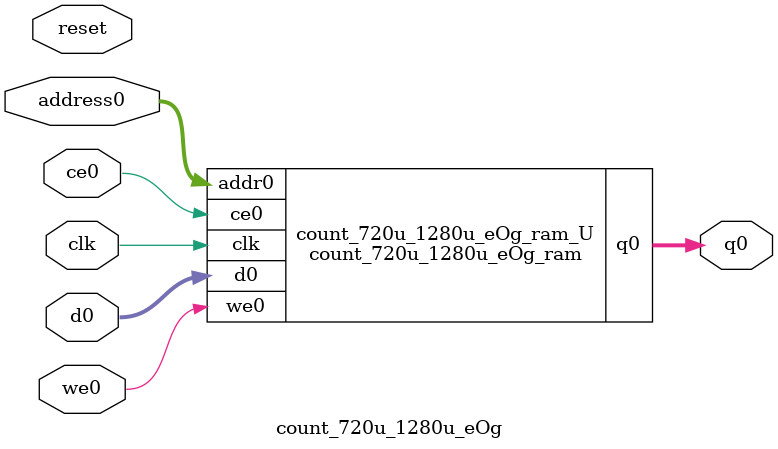
<source format=v>
`timescale 1 ns / 1 ps
module count_720u_1280u_eOg_ram (addr0, ce0, d0, we0, q0,  clk);

parameter DWIDTH = 12;
parameter AWIDTH = 11;
parameter MEM_SIZE = 1280;

input[AWIDTH-1:0] addr0;
input ce0;
input[DWIDTH-1:0] d0;
input we0;
output reg[DWIDTH-1:0] q0;
input clk;

reg [DWIDTH-1:0] ram[0:MEM_SIZE-1];




always @(posedge clk)  
begin 
    if (ce0) 
    begin
        if (we0) 
        begin 
            ram[addr0] <= d0; 
        end 
        q0 <= ram[addr0];
    end
end


endmodule

`timescale 1 ns / 1 ps
module count_720u_1280u_eOg(
    reset,
    clk,
    address0,
    ce0,
    we0,
    d0,
    q0);

parameter DataWidth = 32'd12;
parameter AddressRange = 32'd1280;
parameter AddressWidth = 32'd11;
input reset;
input clk;
input[AddressWidth - 1:0] address0;
input ce0;
input we0;
input[DataWidth - 1:0] d0;
output[DataWidth - 1:0] q0;



count_720u_1280u_eOg_ram count_720u_1280u_eOg_ram_U(
    .clk( clk ),
    .addr0( address0 ),
    .ce0( ce0 ),
    .we0( we0 ),
    .d0( d0 ),
    .q0( q0 ));

endmodule


</source>
